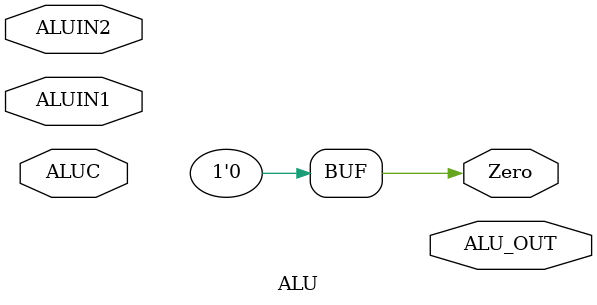
<source format=v>
module ALU(ALUIN1, ALUIN2, ALUC, ALU_OUT, Zero);
    input [31:0] ALUIN1;
    input [31:0] ALUIN2;
    input [3:0] ALUC;
    output Zero;
    output reg [31:0] ALU_OUT;


    always @(*) begin
        
    end

    assign Zero = 0;
    
endmodule
</source>
